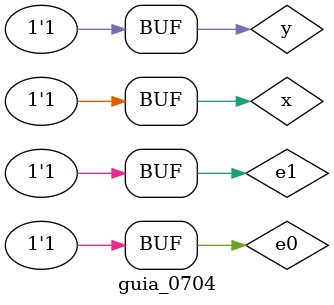
<source format=v>
module mux (output w, input x, input y, input e1, input e0);
	wire xorxy, xnorxy, orxy, norxy, wand1, wand2, wand3, wand4, ne1, ne0;

	not NOT1   (ne1, e1);
	not NOT0   (ne0, e0);

	xor  XOR1  (xorxy, x, y);
	xnor XNOR1 (xnorxy, x, y);
	or   OR1   (orxy, x, y);
	nor  NOR1  (norxy, x, y);

	and AND1   (wand1, xorxy, ne1, ne0);
	and AND2   (wand2, xnorxy, ne1, e0);
	and AND3   (wand3, orxy, e1, ne0);
	and AND4   (wand4, norxy, e1, e0);

	or  OR2    (w, wand1, wand2, wand3, wand4);
endmodule // mux

module guia_0704;
	reg x, y, e1, e0;
	wire w;

	mux MUX (w, x, y, e1, e0);

	initial begin : start
		x = 1'b0; y = 1'b0; e1 = 1'b0; e0 = 1'b0;
	end // start

	initial begin : main
		$display("x y 1 0 w");
		#1 $monitor("%b %b %b %b %b", x, y, e1, e0, w);
		#1 x = 1'b0; y = 1'b0; e1 = 1'b0; e0 = 1'b1;
		#1 x = 1'b0; y = 1'b0; e1 = 1'b1; e0 = 1'b0;
		#1 x = 1'b0; y = 1'b0; e1 = 1'b1; e0 = 1'b1;

		#1 x = 1'b0; y = 1'b1; e1 = 1'b0; e0 = 1'b0;
		#1 x = 1'b0; y = 1'b1; e1 = 1'b0; e0 = 1'b1;
		#1 x = 1'b0; y = 1'b1; e1 = 1'b1; e0 = 1'b0;
		#1 x = 1'b0; y = 1'b1; e1 = 1'b1; e0 = 1'b1;
	
		#1 x = 1'b1; y = 1'b0; e1 = 1'b0; e0 = 1'b0;
		#1 x = 1'b1; y = 1'b0; e1 = 1'b0; e0 = 1'b1;
		#1 x = 1'b1; y = 1'b0; e1 = 1'b1; e0 = 1'b0;
		#1 x = 1'b1; y = 1'b0; e1 = 1'b1; e0 = 1'b1;
			
		#1 x = 1'b1; y = 1'b1; e1 = 1'b0; e0 = 1'b0;
		#1 x = 1'b1; y = 1'b1; e1 = 1'b0; e0 = 1'b1;
		#1 x = 1'b1; y = 1'b1; e1 = 1'b1; e0 = 1'b0;
		#1 x = 1'b1; y = 1'b1; e1 = 1'b1; e0 = 1'b1;
	end // main
	
endmodule // guia_0704

</source>
